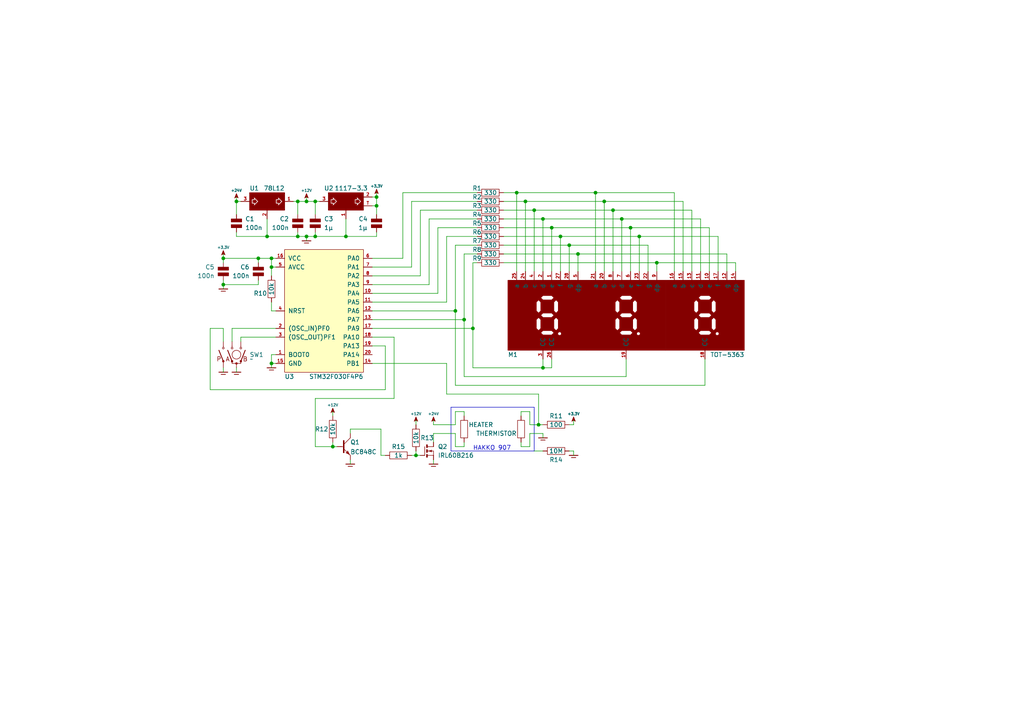
<source format=kicad_sch>
(kicad_sch (version 20230121) (generator eeschema)
  (paper "A4")
  (lib_symbols
    (symbol "soldering_station-rescue:+12V" (power) (pin_numbers hide) (pin_names (offset 0))
      (property "Value" "+12V" (at 0 1.905 0))
      (symbol "+12V_0_1"
        (polyline (pts (xy -0.508 -0.254) (xy 0 0) (xy 0.508 -0.254) (xy 0 1.016) (xy -0.508 -0.254)) (fill (type outline)))
      )
      (symbol "+12V_1_1"
        (pin power_in line (at 0 0 90) (length 0) hide (name "+12V") (number "1"))
      )
    )
    (symbol "soldering_station-rescue:+24V" (power) (pin_numbers hide) (pin_names (offset 0))
      (property "Value" "+24V" (at 0 1.905 0))
      (symbol "+24V_0_1"
        (polyline (pts (xy -0.508 -0.254) (xy 0 0) (xy 0.508 -0.254) (xy 0 1.016) (xy -0.508 -0.254)) (fill (type outline)))
      )
      (symbol "+24V_1_1"
        (pin power_in line (at 0 0 90) (length 0) hide (name "+24V") (number "1"))
      )
    )
    (symbol "soldering_station-rescue:+3,3V" (power) (pin_numbers hide) (pin_names (offset 0))
      (property "Value" "+3,3V" (at 0 1.905 0))
      (symbol "+3,3V_0_1"
        (polyline (pts (xy -0.508 -0.254) (xy 0 0) (xy 0.508 -0.254) (xy 0 1.016) (xy -0.508 -0.254)) (fill (type outline)))
      )
      (symbol "+3,3V_1_1"
        (pin power_in line (at 0 0 90) (length 0) hide (name "+3,3V") (number "1"))
      )
    )
    (symbol "soldering_station-rescue:1117-3.3/T" (pin_names (offset 1.016))
      (property "Reference" "U" (at -5.08 3.81 0))
      (property "Value" "1117-3.3/T" (at 5.08 3.81 0))
      (symbol "1117-3.3/T_0_1"
        (rectangle (start -5.08 2.54) (end 5.08 -2.54))
        (polyline (pts (xy -4.191 0.381) (xy -4.191 -0.381) (xy -3.556 -0.381) (xy -3.556 -0.635) (xy -2.921 0) (xy -3.556 0.635) (xy -3.556 0.381) (xy -3.683 0.381) (xy -4.191 0.381)) (stroke (width 0.0254)) (fill (type outline)))
        (polyline (pts (xy 2.794 0.381) (xy 2.794 -0.381) (xy 3.429 -0.381) (xy 3.429 -0.635) (xy 4.064 0) (xy 3.429 0.635) (xy 3.429 0.381) (xy 3.302 0.381) (xy 2.794 0.381)) (stroke (width 0.0254)) (fill (type outline)))
        (polyline (pts (xy -4.445 0.635) (xy -3.81 0.635) (xy -3.81 1.27) (xy -2.54 0) (xy -3.81 -1.27) (xy -3.81 -0.635) (xy -4.445 -0.635) (xy -4.445 0) (xy -5.08 0) (xy -5.08 -2.54) (xy 5.08 -2.54) (xy 5.08 0) (xy 4.445 0) (xy 3.175 -1.27) (xy 3.175 -0.635) (xy 2.54 -0.635) (xy 2.54 0.635) (xy 3.175 0.635) (xy 3.175 1.27) (xy 4.445 0) (xy 5.08 0) (xy 5.08 2.54) (xy -5.08 2.54) (xy -5.08 0) (xy -4.445 0) (xy -4.445 0.635)) (stroke (width 0.0254)) (fill (type outline)))
      )
      (symbol "1117-3.3/T_1_1"
        (pin input line (at 0 -5.08 90) (length 2.54) (name "GND") (number "1"))
        (pin input line (at 7.62 1.27 180) (length 2.54) (name "VO") (number "2"))
        (pin input line (at -7.62 0 0) (length 2.54) (name "VI") (number "3"))
        (pin input line (at 7.62 -1.27 180) (length 2.54) (name "VO") (number "T"))
      )
    )
    (symbol "soldering_station-rescue:78L12" (pin_names (offset 1.016))
      (property "Reference" "U" (at -5.08 3.81 0))
      (property "Value" "78L12" (at 5.08 3.81 0))
      (symbol "78L12_0_1"
        (rectangle (start -5.08 2.54) (end 5.08 -2.54))
        (polyline (pts (xy -4.191 0.381) (xy -4.191 -0.381) (xy -3.556 -0.381) (xy -3.556 -0.635) (xy -2.921 0) (xy -3.556 0.635) (xy -3.556 0.381) (xy -3.683 0.381) (xy -4.191 0.381)) (stroke (width 0.0254)) (fill (type outline)))
        (polyline (pts (xy 2.794 0.381) (xy 2.794 -0.381) (xy 3.429 -0.381) (xy 3.429 -0.635) (xy 4.064 0) (xy 3.429 0.635) (xy 3.429 0.381) (xy 3.302 0.381) (xy 2.794 0.381)) (stroke (width 0.0254)) (fill (type outline)))
        (polyline (pts (xy -4.445 0.635) (xy -3.81 0.635) (xy -3.81 1.27) (xy -2.54 0) (xy -3.81 -1.27) (xy -3.81 -0.635) (xy -4.445 -0.635) (xy -4.445 0) (xy -5.08 0) (xy -5.08 -2.54) (xy 5.08 -2.54) (xy 5.08 0) (xy 4.445 0) (xy 3.175 -1.27) (xy 3.175 -0.635) (xy 2.54 -0.635) (xy 2.54 0.635) (xy 3.175 0.635) (xy 3.175 1.27) (xy 4.445 0) (xy 5.08 0) (xy 5.08 2.54) (xy -5.08 2.54) (xy -5.08 0) (xy -4.445 0) (xy -4.445 0.635)) (stroke (width 0.0254)) (fill (type outline)))
      )
      (symbol "78L12_1_1"
        (pin input line (at 7.62 0 180) (length 2.54) (name "VO") (number "1"))
        (pin input line (at 0 -5.08 90) (length 2.54) (name "GND") (number "2"))
        (pin input line (at -7.62 0 0) (length 2.54) (name "VI") (number "3"))
      )
    )
    (symbol "soldering_station-rescue:BC848C" (pin_numbers hide) (pin_names (offset 0) hide)
      (property "Reference" "Q" (at 0 1.27 0))
      (property "Value" "BC848C" (at 0 -1.524 0))
      (symbol "BC848C_0_0"
        (rectangle (start -2.032 1.778) (end -1.778 -1.778) (fill (type outline)))
        (polyline (pts (xy -0.762 -1.27) (xy -0.889 -1.651) (xy -1.27 -1.778) (xy -0.254 -2.286) (xy -0.762 -1.27)) (fill (type outline)))
      )
      (symbol "BC848C_0_1"
        (polyline (pts (xy -2.032 0) (xy -2.54 0)))
        (polyline (pts (xy 0 2.54) (xy -1.905 0.635)))
        (polyline (pts (xy 0 -2.54) (xy -1.27 -1.27) (xy -1.905 -0.635)))
      )
      (symbol "BC848C_1_1"
        (pin passive line (at -3.81 0 0) (length 1.27) (name "B") (number "1"))
        (pin passive line (at 0 -3.81 90) (length 1.27) (name "E") (number "2"))
        (pin passive line (at 0 3.81 270) (length 1.27) (name "C") (number "3"))
      )
    )
    (symbol "soldering_station-rescue:C" (pin_numbers hide) (pin_names (offset 0.254))
      (property "Reference" "C" (at 2.54 1.27 0))
      (property "Value" "C" (at 2.54 -1.27 0))
      (symbol "C_0_1"
        (rectangle (start -1.524 -0.381) (end 1.524 -1.27) (fill (type outline)))
        (rectangle (start -1.524 1.27) (end 1.524 0.381) (fill (type outline)))
      )
      (symbol "C_1_1"
        (pin passive line (at 0 2.54 270) (length 1.27) (name "~") (number "1"))
        (pin passive line (at 0 -2.54 90) (length 1.27) (name "~") (number "2"))
      )
    )
    (symbol "soldering_station-rescue:GND" (power) (pin_names (offset 0))
      (symbol "GND_0_1"
        (polyline (pts (xy -1.27 0) (xy 1.27 0)) (stroke (width 0.254)))
        (polyline (pts (xy -0.635 -0.635) (xy 0.635 -0.635)) (stroke (width 0.2032)))
      )
      (symbol "GND_1_1"
        (pin power_in line (at 0 0 90) (length 0) hide (name "GND") (number "1"))
      )
    )
    (symbol "soldering_station-rescue:IRL60B216" (pin_numbers hide) (pin_names (offset 0) hide)
      (property "Reference" "Q" (at 2.54 1.27 0))
      (property "Value" "IRL60B216" (at 2.54 -1.27 0))
      (symbol "IRL60B216_0_0"
        (rectangle (start -0.7112 -1.016) (end -0.5334 -1.778) (stroke (width 0.254)) (fill (type background)))
        (rectangle (start -0.7112 0.381) (end -0.5334 -0.381) (stroke (width 0.254)) (fill (type background)))
        (rectangle (start -0.7112 1.778) (end -0.5334 1.016) (stroke (width 0.254)) (fill (type background)))
        (polyline (pts (xy 0 0) (xy 0.762 0.254) (xy 0.508 0) (xy 0.762 -0.254) (xy 0 0)) (fill (type outline)))
      )
      (symbol "IRL60B216_0_1"
        (polyline (pts (xy -1.27 -1.27) (xy -1.27 1.27)))
        (polyline (pts (xy 1.27 -1.27) (xy -0.508 -1.27)))
        (polyline (pts (xy 1.27 1.27) (xy -0.508 1.27)))
        (polyline (pts (xy 1.27 -1.27) (xy 1.27 0) (xy -0.635 0)))
      )
      (symbol "IRL60B216_1_1"
        (pin passive line (at -2.54 -1.27 0) (length 1.27) (name "G") (number "1"))
        (pin passive line (at 1.27 2.54 270) (length 1.27) (name "D") (number "2"))
        (pin passive line (at 1.27 -2.54 90) (length 1.27) (name "S") (number "3"))
      )
    )
    (symbol "soldering_station-rescue:R" (pin_numbers hide) (pin_names (offset 0))
      (property "Reference" "R" (at 1.27 0 0))
      (property "Value" "R" (at 0 0 90))
      (symbol "R_0_1"
        (rectangle (start -1.016 2.54) (end 1.016 -2.54))
      )
      (symbol "R_1_1"
        (pin passive line (at 0 3.81 270) (length 1.27) (name "~") (number "1"))
        (pin passive line (at 0 -3.81 90) (length 1.27) (name "~") (number "2"))
      )
    )
    (symbol "soldering_station-rescue:STM32F030F4P6" (pin_names (offset 1.016))
      (property "Reference" "U" (at -11.43 -19.05 0))
      (property "Value" "STM32F030F4P6" (at 11.43 -19.05 0))
      (symbol "STM32F030F4P6_0_1"
        (rectangle (start 11.43 17.78) (end -11.43 -17.78) (fill (type background)))
      )
      (symbol "STM32F030F4P6_1_1"
        (pin input line (at -13.97 -12.7 0) (length 2.54) (name "BOOT0") (number "1"))
        (pin bidirectional line (at 13.97 5.08 180) (length 2.54) (name "PA4") (number "10"))
        (pin bidirectional line (at 13.97 2.54 180) (length 2.54) (name "PA5") (number "11"))
        (pin bidirectional line (at 13.97 0 180) (length 2.54) (name "PA6") (number "12"))
        (pin bidirectional line (at 13.97 -2.54 180) (length 2.54) (name "PA7") (number "13"))
        (pin bidirectional line (at 13.97 -15.24 180) (length 2.54) (name "PB1") (number "14"))
        (pin power_in line (at -13.97 -15.24 0) (length 2.54) (name "GND") (number "15"))
        (pin power_in line (at -13.97 15.24 0) (length 2.54) (name "VCC") (number "16"))
        (pin bidirectional line (at 13.97 -5.08 180) (length 2.54) (name "PA9") (number "17"))
        (pin bidirectional line (at 13.97 -7.62 180) (length 2.54) (name "PA10") (number "18"))
        (pin bidirectional line (at 13.97 -10.16 180) (length 2.54) (name "PA13") (number "19"))
        (pin bidirectional line (at -13.97 -5.08 0) (length 2.54) (name "(OSC_IN)PF0") (number "2"))
        (pin bidirectional line (at 13.97 -12.7 180) (length 2.54) (name "PA14") (number "20"))
        (pin bidirectional line (at -13.97 -7.62 0) (length 2.54) (name "(OSC_OUT)PF1") (number "3"))
        (pin input line (at -13.97 0 0) (length 2.54) (name "NRST") (number "4"))
        (pin power_in line (at -13.97 12.7 0) (length 2.54) (name "AVCC") (number "5"))
        (pin bidirectional line (at 13.97 15.24 180) (length 2.54) (name "PA0") (number "6"))
        (pin bidirectional line (at 13.97 12.7 180) (length 2.54) (name "PA1") (number "7"))
        (pin bidirectional line (at 13.97 10.16 180) (length 2.54) (name "PA2") (number "8"))
        (pin bidirectional line (at 13.97 7.62 180) (length 2.54) (name "PA3") (number "9"))
      )
    )
    (symbol "soldering_station-rescue:SW_EC11E_P" (pin_names (offset 1.016) hide)
      (property "Reference" "SW" (at 5.08 1.27 0))
      (property "Value" "SW_EC11E_P" (at 5.08 -1.27 0))
      (symbol "SW_EC11E_P_0_0"
        (text "A" (at -1.27 -1.27 0) (effects (font (size 1.27 1.27))))
        (text "B" (at 3.81 -1.27 0) (effects (font (size 1.27 1.27))))
        (text "P" (at -3.81 -1.27 0) (effects (font (size 1.27 1.27))))
      )
      (symbol "SW_EC11E_P_0_1"
        (polyline (pts (xy 0 -2.54) (xy 2.54 -2.54)))
        (circle (center 1.27 0) (radius 1.27))
      )
      (symbol "SW_EC11E_P_1_1"
        (circle (center -2.54 -1.905) (radius 0.254) (fill (type outline)))
        (circle (center -2.54 1.905) (radius 0.254))
        (circle (center 0 -1.905) (radius 0.254) (fill (type outline)))
        (polyline (pts (xy -2.54 -1.905) (xy -3.81 1.27)) (stroke (width 0.254)))
        (polyline (pts (xy -2.54 -1.905) (xy -2.54 -2.54)))
        (polyline (pts (xy -2.54 2.54) (xy -2.54 2.159)))
        (polyline (pts (xy 0 -1.905) (xy -1.27 1.27)) (stroke (width 0.254)))
        (polyline (pts (xy 0 -1.905) (xy 0 -2.54)))
        (polyline (pts (xy 0 2.54) (xy 0 2.159)))
        (polyline (pts (xy 2.54 -1.905) (xy 2.54 -2.54)))
        (polyline (pts (xy 2.54 -1.905) (xy 3.81 1.27)) (stroke (width 0.254)))
        (polyline (pts (xy 2.54 2.54) (xy 2.54 2.159)))
        (circle (center 0 1.905) (radius 0.254))
        (circle (center 1.27 -2.54) (radius 0.254) (fill (type outline)))
        (circle (center 2.54 -1.905) (radius 0.254) (fill (type outline)))
        (circle (center 2.54 1.905) (radius 0.254))
        (pin passive line (at 0 3.81 270) (length 1.27) (name "~") (number "1"))
        (pin passive line (at 1.27 -3.81 90) (length 1.27) (name "~") (number "2"))
        (pin passive line (at 2.54 3.81 270) (length 1.27) (name "~") (number "3"))
        (pin passive line (at -2.54 3.81 270) (length 1.27) (name "~") (number "4"))
        (pin passive line (at -2.54 -3.81 90) (length 1.27) (name "~") (number "5"))
      )
    )
    (symbol "soldering_station-rescue:TOT-5363" (pin_names (offset 1.016))
      (property "Reference" "M" (at -34.29 -11.43 0))
      (property "Value" "TOT-5363" (at 34.29 -11.43 0))
      (symbol "TOT-5363_0_1"
        (circle (center -19.304 -5.334) (radius 0.508))
        (polyline (pts (xy -24.765 -5.08) (xy -25.4 -4.445) (xy -24.765 -3.81) (xy -24.765 -1.27) (xy -25.4 -0.635) (xy -24.765 0) (xy -24.13 -0.635) (xy -21.59 -0.635) (xy -20.955 0) (xy -20.32 -0.635) (xy -20.955 -1.27) (xy -20.955 -3.81) (xy -20.32 -4.445) (xy -20.955 -5.08) (xy -21.59 -4.445) (xy -24.13 -4.445) (xy -24.765 -5.08) (xy -25.4 -4.445)) (fill (type outline)))
        (polyline (pts (xy -24.765 0) (xy -25.4 0.635) (xy -24.765 1.27) (xy -24.765 3.81) (xy -25.4 4.445) (xy -24.765 5.08) (xy -24.13 4.445) (xy -21.59 4.445) (xy -20.955 5.08) (xy -20.32 4.445) (xy -20.955 3.81) (xy -20.955 1.27) (xy -20.32 0.635) (xy -20.955 0) (xy -21.59 0.635) (xy -24.13 0.635) (xy -24.765 0) (xy -25.4 0.635)) (fill (type outline)))
        (polyline (pts (xy -1.905 -5.08) (xy -2.54 -4.445) (xy -1.905 -3.81) (xy -1.905 -1.27) (xy -2.54 -0.635) (xy -1.905 0) (xy -1.27 -0.635) (xy 1.27 -0.635) (xy 1.905 0) (xy 2.54 -0.635) (xy 1.905 -1.27) (xy 1.905 -3.81) (xy 2.54 -4.445) (xy 1.905 -5.08) (xy 1.27 -4.445) (xy -1.27 -4.445) (xy -1.905 -5.08) (xy -2.54 -4.445)) (fill (type outline)))
        (polyline (pts (xy -1.905 0) (xy -2.54 0.635) (xy -1.905 1.27) (xy -1.905 3.81) (xy -2.54 4.445) (xy -1.905 5.08) (xy -1.27 4.445) (xy 1.27 4.445) (xy 1.905 5.08) (xy 2.54 4.445) (xy 1.905 3.81) (xy 1.905 1.27) (xy 2.54 0.635) (xy 1.905 0) (xy 1.27 0.635) (xy -1.27 0.635) (xy -1.905 0) (xy -2.54 0.635)) (fill (type outline)))
        (polyline (pts (xy 20.955 -5.08) (xy 20.32 -4.445) (xy 20.955 -3.81) (xy 20.955 -1.27) (xy 20.32 -0.635) (xy 20.955 0) (xy 21.59 -0.635) (xy 24.13 -0.635) (xy 24.765 0) (xy 25.4 -0.635) (xy 24.765 -1.27) (xy 24.765 -3.81) (xy 25.4 -4.445) (xy 24.765 -5.08) (xy 24.13 -4.445) (xy 21.59 -4.445) (xy 20.955 -5.08) (xy 20.32 -4.445)) (fill (type outline)))
        (polyline (pts (xy 20.955 0) (xy 20.32 0.635) (xy 20.955 1.27) (xy 20.955 3.81) (xy 20.32 4.445) (xy 20.955 5.08) (xy 21.59 4.445) (xy 24.13 4.445) (xy 24.765 5.08) (xy 25.4 4.445) (xy 24.765 3.81) (xy 24.765 1.27) (xy 25.4 0.635) (xy 24.765 0) (xy 24.13 0.635) (xy 21.59 0.635) (xy 20.955 0) (xy 20.32 0.635)) (fill (type outline)))
        (polyline (pts (xy -22.86 -10.16) (xy -22.86 -5.715) (xy -21.59 -5.715) (xy -20.32 -4.445) (xy -19.812 -5.08) (xy -19.939 -5.461) (xy -19.558 -5.969) (xy -18.923 -5.842) (xy -18.669 -5.334) (xy -18.923 -4.826) (xy -19.431 -4.699) (xy -19.812 -5.08) (xy -20.32 -4.445) (xy -19.685 -3.81) (xy -19.685 -1.27) (xy -20.955 0) (xy -19.685 1.27) (xy -19.685 3.81) (xy -21.59 5.715) (xy -24.13 5.715) (xy -26.035 3.81) (xy -26.035 1.27) (xy -24.765 0) (xy -26.035 -1.27) (xy -26.035 -3.81) (xy -24.13 -5.715) (xy -22.86 -5.715) (xy -22.86 -10.16) (xy -34.29 -10.16) (xy -34.29 10.16) (xy -11.43 10.16) (xy -11.43 -10.16) (xy -22.86 -10.16)) (fill (type outline)))
        (polyline (pts (xy 0 -10.16) (xy 0 -5.715) (xy 1.27 -5.715) (xy 2.54 -4.445) (xy 3.048 -5.08) (xy 2.921 -5.461) (xy 3.302 -5.969) (xy 3.937 -5.842) (xy 4.191 -5.334) (xy 3.937 -4.826) (xy 3.429 -4.699) (xy 3.048 -5.08) (xy 2.54 -4.445) (xy 3.175 -3.81) (xy 3.175 -1.27) (xy 1.905 0) (xy 3.175 1.27) (xy 3.175 3.81) (xy 1.27 5.715) (xy -1.27 5.715) (xy -3.175 3.81) (xy -3.175 1.27) (xy -1.905 0) (xy -3.175 -1.27) (xy -3.175 -3.81) (xy -1.27 -5.715) (xy 0 -5.715) (xy 0 -10.16) (xy -11.43 -10.16) (xy -11.43 10.16) (xy 11.43 10.16) (xy 11.43 -10.16) (xy 0 -10.16)) (fill (type outline)))
        (polyline (pts (xy 22.86 -10.16) (xy 22.86 -5.715) (xy 24.13 -5.715) (xy 25.4 -4.445) (xy 25.908 -5.08) (xy 25.781 -5.461) (xy 26.162 -5.969) (xy 26.797 -5.842) (xy 27.051 -5.334) (xy 26.797 -4.826) (xy 26.289 -4.699) (xy 25.908 -5.08) (xy 25.4 -4.445) (xy 26.035 -3.81) (xy 26.035 -1.27) (xy 24.765 0) (xy 26.035 1.27) (xy 26.035 3.81) (xy 24.13 5.715) (xy 21.59 5.715) (xy 19.685 3.81) (xy 19.685 1.27) (xy 20.955 0) (xy 19.685 -1.27) (xy 19.685 -3.81) (xy 21.59 -5.715) (xy 22.86 -5.715) (xy 22.86 -10.16) (xy 11.43 -10.16) (xy 11.43 10.16) (xy 34.29 10.16) (xy 34.29 -10.16) (xy 22.86 -10.16)) (fill (type outline)))
        (circle (center 3.556 -5.334) (radius 0.508))
        (circle (center 26.416 -5.334) (radius 0.508))
      )
      (symbol "TOT-5363_1_1"
        (pin passive line (at -21.59 12.7 270) (length 2.54) (name "e") (number "1"))
        (pin passive line (at 24.13 12.7 270) (length 2.54) (name "e") (number "10"))
        (pin passive line (at 21.59 12.7 270) (length 2.54) (name "d") (number "11"))
        (pin passive line (at 29.21 12.7 270) (length 2.54) (name "g") (number "12"))
        (pin passive line (at 19.05 12.7 270) (length 2.54) (name "c") (number "13"))
        (pin passive line (at 31.75 12.7 270) (length 2.54) (name "dp") (number "14"))
        (pin passive line (at 16.51 12.7 270) (length 2.54) (name "b") (number "15"))
        (pin passive line (at 13.97 12.7 270) (length 2.54) (name "a") (number "16"))
        (pin passive line (at 26.67 12.7 270) (length 2.54) (name "f") (number "17"))
        (pin passive line (at 22.86 -12.7 90) (length 2.54) (name "CC") (number "18"))
        (pin passive line (at 0 -12.7 90) (length 2.54) (name "CC") (number "19"))
        (pin passive line (at -24.13 12.7 270) (length 2.54) (name "d") (number "2"))
        (pin passive line (at -6.35 12.7 270) (length 2.54) (name "b") (number "20"))
        (pin passive line (at -8.89 12.7 270) (length 2.54) (name "a") (number "21"))
        (pin passive line (at 6.35 12.7 270) (length 2.54) (name "g") (number "22"))
        (pin passive line (at 3.81 12.7 270) (length 2.54) (name "f") (number "23"))
        (pin passive line (at -29.21 12.7 270) (length 2.54) (name "b") (number "24"))
        (pin passive line (at -31.75 12.7 270) (length 2.54) (name "a") (number "25"))
        (pin passive line (at -21.59 -12.7 90) (length 2.54) (name "CC") (number "26"))
        (pin passive line (at -19.05 12.7 270) (length 2.54) (name "f") (number "27"))
        (pin passive line (at -16.51 12.7 270) (length 2.54) (name "g") (number "28"))
        (pin passive line (at -24.13 -12.7 90) (length 2.54) (name "CC") (number "3"))
        (pin passive line (at -26.67 12.7 270) (length 2.54) (name "c") (number "4"))
        (pin passive line (at -13.97 12.7 270) (length 2.54) (name "dp") (number "5"))
        (pin passive line (at 1.27 12.7 270) (length 2.54) (name "e") (number "6"))
        (pin passive line (at -1.27 12.7 270) (length 2.54) (name "d") (number "7"))
        (pin passive line (at -3.81 12.7 270) (length 2.54) (name "c") (number "8"))
        (pin passive line (at 8.89 12.7 270) (length 2.54) (name "dp") (number "9"))
      )
    )
  )
  (junction (at 91.44 68.58))
  (junction (at 96.52 129.54))
  (junction (at 64.77 74.93))
  (junction (at 162.56 68.58))
  (junction (at 190.5 76.2))
  (junction (at 64.77 82.55))
  (junction (at 74.93 74.93))
  (junction (at 185.42 68.58))
  (junction (at 167.64 73.66))
  (junction (at 109.22 59.69))
  (junction (at 88.9 68.58))
  (junction (at 88.9 58.42))
  (junction (at 137.16 95.25))
  (junction (at 165.1 71.12))
  (junction (at 160.02 66.04))
  (junction (at 134.62 92.71))
  (junction (at 154.94 60.96))
  (junction (at 152.4 58.42))
  (junction (at 86.36 68.58))
  (junction (at 68.58 58.42))
  (junction (at 120.65 132.08))
  (junction (at 177.8 60.96))
  (junction (at 78.74 74.93))
  (junction (at 149.86 55.88))
  (junction (at 172.72 55.88))
  (junction (at 156.21 123.19))
  (junction (at 109.22 57.15))
  (junction (at 78.74 105.41))
  (junction (at 77.47 68.58))
  (junction (at 175.26 58.42))
  (junction (at 182.88 66.04))
  (junction (at 180.34 63.5))
  (junction (at 132.08 90.17))
  (junction (at 100.33 68.58))
  (junction (at 157.48 63.5))
  (junction (at 91.44 58.42))
  (junction (at 86.36 58.42))
  (junction (at 78.74 77.47))
  (junction (at 157.48 106.68))
  (wire (pts (xy 78.74 102.87) (xy 80.01 102.87)))
  (wire (pts (xy 107.95 85.09) (xy 127 85.09)))
  (wire (pts (xy 208.28 68.58) (xy 208.28 78.74)))
  (wire (pts (xy 152.4 58.42) (xy 152.4 78.74)))
  (wire (pts (xy 181.61 109.22) (xy 181.61 104.14)))
  (wire (pts (xy 134.62 120.65) (xy 134.62 119.38)))
  (wire (pts (xy 107.95 90.17) (xy 132.08 90.17)))
  (wire (pts (xy 120.65 121.92) (xy 120.65 123.19)))
  (wire (pts (xy 129.54 105.41) (xy 129.54 114.3)))
  (wire (pts (xy 153.67 119.38) (xy 153.67 123.19)))
  (wire (pts (xy 88.9 69.85) (xy 88.9 68.58)))
  (wire (pts (xy 91.44 62.23) (xy 91.44 58.42)))
  (wire (pts (xy 157.48 125.73) (xy 157.48 127)))
  (wire (pts (xy 96.52 129.54) (xy 96.52 128.27)))
  (wire (pts (xy 138.43 58.42) (xy 119.38 58.42)))
  (wire (pts (xy 64.77 95.25) (xy 64.77 99.06)))
  (polyline (pts (xy 154.94 130.81) (xy 154.94 118.11)))
  (wire (pts (xy 134.62 73.66) (xy 134.62 92.71)))
  (wire (pts (xy 134.62 128.27) (xy 134.62 129.54)))
  (wire (pts (xy 198.12 58.42) (xy 198.12 78.74)))
  (wire (pts (xy 91.44 58.42) (xy 92.71 58.42)))
  (wire (pts (xy 127 85.09) (xy 127 66.04)))
  (wire (pts (xy 121.92 60.96) (xy 138.43 60.96)))
  (wire (pts (xy 134.62 119.38) (xy 132.08 119.38)))
  (wire (pts (xy 177.8 60.96) (xy 200.66 60.96)))
  (wire (pts (xy 91.44 68.58) (xy 100.33 68.58)))
  (wire (pts (xy 167.64 73.66) (xy 210.82 73.66)))
  (wire (pts (xy 146.05 66.04) (xy 160.02 66.04)))
  (wire (pts (xy 132.08 129.54) (xy 132.08 125.73)))
  (wire (pts (xy 86.36 58.42) (xy 86.36 62.23)))
  (wire (pts (xy 137.16 106.68) (xy 157.48 106.68)))
  (wire (pts (xy 182.88 66.04) (xy 205.74 66.04)))
  (wire (pts (xy 91.44 67.31) (xy 91.44 68.58)))
  (wire (pts (xy 68.58 68.58) (xy 77.47 68.58)))
  (wire (pts (xy 146.05 60.96) (xy 154.94 60.96)))
  (wire (pts (xy 77.47 63.5) (xy 77.47 68.58)))
  (wire (pts (xy 116.84 74.93) (xy 116.84 55.88)))
  (wire (pts (xy 157.48 130.81) (xy 154.94 130.81)))
  (wire (pts (xy 129.54 105.41) (xy 107.95 105.41)))
  (wire (pts (xy 146.05 63.5) (xy 157.48 63.5)))
  (wire (pts (xy 67.31 95.25) (xy 67.31 99.06)))
  (wire (pts (xy 180.34 63.5) (xy 180.34 78.74)))
  (wire (pts (xy 204.47 111.76) (xy 204.47 104.14)))
  (wire (pts (xy 109.22 57.15) (xy 107.95 57.15)))
  (wire (pts (xy 156.21 123.19) (xy 157.48 123.19)))
  (wire (pts (xy 100.33 68.58) (xy 109.22 68.58)))
  (wire (pts (xy 116.84 55.88) (xy 138.43 55.88)))
  (wire (pts (xy 80.01 95.25) (xy 67.31 95.25)))
  (wire (pts (xy 190.5 76.2) (xy 190.5 78.74)))
  (wire (pts (xy 137.16 95.25) (xy 137.16 106.68)))
  (wire (pts (xy 134.62 109.22) (xy 181.61 109.22)))
  (wire (pts (xy 157.48 106.68) (xy 157.48 104.14)))
  (polyline (pts (xy 130.81 130.81) (xy 154.94 130.81)))
  (wire (pts (xy 134.62 92.71) (xy 134.62 109.22)))
  (wire (pts (xy 153.67 123.19) (xy 156.21 123.19)))
  (wire (pts (xy 88.9 58.42) (xy 88.9 57.15)))
  (wire (pts (xy 185.42 68.58) (xy 208.28 68.58)))
  (wire (pts (xy 132.08 71.12) (xy 138.43 71.12)))
  (wire (pts (xy 146.05 76.2) (xy 190.5 76.2)))
  (wire (pts (xy 110.49 132.08) (xy 110.49 124.46)))
  (wire (pts (xy 64.77 107.95) (xy 64.77 106.68)))
  (wire (pts (xy 91.44 129.54) (xy 96.52 129.54)))
  (wire (pts (xy 146.05 68.58) (xy 162.56 68.58)))
  (wire (pts (xy 107.95 92.71) (xy 134.62 92.71)))
  (wire (pts (xy 111.76 132.08) (xy 110.49 132.08)))
  (wire (pts (xy 101.6 124.46) (xy 101.6 125.73)))
  (wire (pts (xy 109.22 68.58) (xy 109.22 67.31)))
  (wire (pts (xy 78.74 102.87) (xy 78.74 105.41)))
  (wire (pts (xy 109.22 55.88) (xy 109.22 57.15)))
  (wire (pts (xy 91.44 115.57) (xy 91.44 129.54)))
  (wire (pts (xy 160.02 106.68) (xy 160.02 104.14)))
  (wire (pts (xy 68.58 58.42) (xy 68.58 62.23)))
  (wire (pts (xy 88.9 58.42) (xy 91.44 58.42)))
  (wire (pts (xy 151.13 120.65) (xy 151.13 119.38)))
  (wire (pts (xy 157.48 106.68) (xy 160.02 106.68)))
  (polyline (pts (xy 130.81 118.11) (xy 130.81 130.81)))
  (wire (pts (xy 153.67 129.54) (xy 153.67 125.73)))
  (wire (pts (xy 160.02 66.04) (xy 182.88 66.04)))
  (wire (pts (xy 111.76 100.33) (xy 111.76 113.03)))
  (wire (pts (xy 109.22 57.15) (xy 109.22 59.69)))
  (wire (pts (xy 64.77 73.66) (xy 64.77 74.93)))
  (wire (pts (xy 210.82 73.66) (xy 210.82 78.74)))
  (wire (pts (xy 167.64 73.66) (xy 167.64 78.74)))
  (wire (pts (xy 64.77 74.93) (xy 64.77 76.2)))
  (wire (pts (xy 85.09 58.42) (xy 86.36 58.42)))
  (wire (pts (xy 124.46 63.5) (xy 124.46 82.55)))
  (wire (pts (xy 111.76 113.03) (xy 60.96 113.03)))
  (wire (pts (xy 166.37 130.81) (xy 165.1 130.81)))
  (wire (pts (xy 78.74 74.93) (xy 78.74 77.47)))
  (wire (pts (xy 125.73 128.27) (xy 125.73 125.73)))
  (wire (pts (xy 114.3 115.57) (xy 91.44 115.57)))
  (wire (pts (xy 78.74 74.93) (xy 80.01 74.93)))
  (wire (pts (xy 138.43 63.5) (xy 124.46 63.5)))
  (wire (pts (xy 166.37 121.92) (xy 166.37 123.19)))
  (wire (pts (xy 137.16 76.2) (xy 137.16 95.25)))
  (wire (pts (xy 132.08 71.12) (xy 132.08 90.17)))
  (wire (pts (xy 120.65 132.08) (xy 120.65 130.81)))
  (wire (pts (xy 146.05 55.88) (xy 149.86 55.88)))
  (wire (pts (xy 172.72 55.88) (xy 195.58 55.88)))
  (wire (pts (xy 120.65 132.08) (xy 121.92 132.08)))
  (wire (pts (xy 60.96 113.03) (xy 60.96 95.25)))
  (wire (pts (xy 114.3 97.79) (xy 107.95 97.79)))
  (wire (pts (xy 68.58 107.95) (xy 68.58 106.68)))
  (wire (pts (xy 157.48 63.5) (xy 157.48 78.74)))
  (wire (pts (xy 146.05 73.66) (xy 167.64 73.66)))
  (wire (pts (xy 154.94 60.96) (xy 177.8 60.96)))
  (wire (pts (xy 185.42 78.74) (xy 185.42 68.58)))
  (polyline (pts (xy 154.94 118.11) (xy 130.81 118.11)))
  (wire (pts (xy 200.66 60.96) (xy 200.66 78.74)))
  (wire (pts (xy 153.67 125.73) (xy 157.48 125.73)))
  (wire (pts (xy 160.02 66.04) (xy 160.02 78.74)))
  (wire (pts (xy 100.33 63.5) (xy 100.33 68.58)))
  (wire (pts (xy 132.08 125.73) (xy 125.73 125.73)))
  (wire (pts (xy 129.54 114.3) (xy 156.21 114.3)))
  (wire (pts (xy 151.13 119.38) (xy 153.67 119.38)))
  (wire (pts (xy 175.26 58.42) (xy 175.26 78.74)))
  (wire (pts (xy 162.56 68.58) (xy 162.56 78.74)))
  (wire (pts (xy 64.77 74.93) (xy 74.93 74.93)))
  (wire (pts (xy 78.74 90.17) (xy 80.01 90.17)))
  (wire (pts (xy 64.77 82.55) (xy 64.77 83.82)))
  (wire (pts (xy 146.05 71.12) (xy 165.1 71.12)))
  (wire (pts (xy 68.58 67.31) (xy 68.58 68.58)))
  (wire (pts (xy 129.54 68.58) (xy 129.54 87.63)))
  (wire (pts (xy 152.4 58.42) (xy 175.26 58.42)))
  (wire (pts (xy 138.43 73.66) (xy 134.62 73.66)))
  (wire (pts (xy 146.05 58.42) (xy 152.4 58.42)))
  (wire (pts (xy 125.73 123.19) (xy 125.73 121.92)))
  (wire (pts (xy 151.13 129.54) (xy 153.67 129.54)))
  (wire (pts (xy 175.26 58.42) (xy 198.12 58.42)))
  (wire (pts (xy 162.56 68.58) (xy 185.42 68.58)))
  (wire (pts (xy 134.62 129.54) (xy 132.08 129.54)))
  (wire (pts (xy 74.93 74.93) (xy 78.74 74.93)))
  (wire (pts (xy 154.94 60.96) (xy 154.94 78.74)))
  (wire (pts (xy 110.49 124.46) (xy 101.6 124.46)))
  (wire (pts (xy 68.58 57.15) (xy 68.58 58.42)))
  (wire (pts (xy 107.95 87.63) (xy 129.54 87.63)))
  (wire (pts (xy 149.86 55.88) (xy 172.72 55.88)))
  (wire (pts (xy 166.37 123.19) (xy 165.1 123.19)))
  (wire (pts (xy 187.96 71.12) (xy 187.96 78.74)))
  (wire (pts (xy 165.1 71.12) (xy 165.1 78.74)))
  (wire (pts (xy 96.52 129.54) (xy 97.79 129.54)))
  (wire (pts (xy 78.74 87.63) (xy 78.74 90.17)))
  (wire (pts (xy 78.74 105.41) (xy 78.74 106.68)))
  (wire (pts (xy 132.08 111.76) (xy 204.47 111.76)))
  (wire (pts (xy 172.72 55.88) (xy 172.72 78.74)))
  (wire (pts (xy 121.92 80.01) (xy 121.92 60.96)))
  (wire (pts (xy 182.88 66.04) (xy 182.88 78.74)))
  (wire (pts (xy 88.9 68.58) (xy 91.44 68.58)))
  (wire (pts (xy 78.74 77.47) (xy 78.74 80.01)))
  (wire (pts (xy 107.95 80.01) (xy 121.92 80.01)))
  (wire (pts (xy 119.38 132.08) (xy 120.65 132.08)))
  (wire (pts (xy 86.36 68.58) (xy 88.9 68.58)))
  (wire (pts (xy 177.8 60.96) (xy 177.8 78.74)))
  (wire (pts (xy 80.01 97.79) (xy 69.85 97.79)))
  (wire (pts (xy 132.08 123.19) (xy 125.73 123.19)))
  (wire (pts (xy 96.52 119.38) (xy 96.52 120.65)))
  (wire (pts (xy 107.95 82.55) (xy 124.46 82.55)))
  (wire (pts (xy 86.36 58.42) (xy 88.9 58.42)))
  (wire (pts (xy 114.3 97.79) (xy 114.3 115.57)))
  (wire (pts (xy 125.73 134.62) (xy 125.73 133.35)))
  (wire (pts (xy 127 66.04) (xy 138.43 66.04)))
  (wire (pts (xy 156.21 114.3) (xy 156.21 123.19)))
  (wire (pts (xy 165.1 71.12) (xy 187.96 71.12)))
  (wire (pts (xy 132.08 90.17) (xy 132.08 111.76)))
  (wire (pts (xy 69.85 97.79) (xy 69.85 99.06)))
  (wire (pts (xy 107.95 100.33) (xy 111.76 100.33)))
  (wire (pts (xy 132.08 119.38) (xy 132.08 123.19)))
  (wire (pts (xy 60.96 95.25) (xy 64.77 95.25)))
  (wire (pts (xy 137.16 95.25) (xy 107.95 95.25)))
  (wire (pts (xy 86.36 68.58) (xy 86.36 67.31)))
  (wire (pts (xy 166.37 132.08) (xy 166.37 130.81)))
  (wire (pts (xy 77.47 68.58) (xy 86.36 68.58)))
  (wire (pts (xy 64.77 82.55) (xy 74.93 82.55)))
  (wire (pts (xy 78.74 77.47) (xy 80.01 77.47)))
  (wire (pts (xy 195.58 55.88) (xy 195.58 78.74)))
  (wire (pts (xy 116.84 74.93) (xy 107.95 74.93)))
  (wire (pts (xy 205.74 66.04) (xy 205.74 78.74)))
  (wire (pts (xy 180.34 63.5) (xy 203.2 63.5)))
  (wire (pts (xy 213.36 76.2) (xy 213.36 78.74)))
  (wire (pts (xy 157.48 63.5) (xy 180.34 63.5)))
  (wire (pts (xy 149.86 55.88) (xy 149.86 78.74)))
  (wire (pts (xy 190.5 76.2) (xy 213.36 76.2)))
  (wire (pts (xy 64.77 81.28) (xy 64.77 82.55)))
  (wire (pts (xy 138.43 68.58) (xy 129.54 68.58)))
  (wire (pts (xy 101.6 134.62) (xy 101.6 133.35)))
  (wire (pts (xy 107.95 77.47) (xy 119.38 77.47)))
  (wire (pts (xy 203.2 63.5) (xy 203.2 78.74)))
  (wire (pts (xy 119.38 58.42) (xy 119.38 77.47)))
  (wire (pts (xy 74.93 82.55) (xy 74.93 81.28)))
  (wire (pts (xy 74.93 76.2) (xy 74.93 74.93)))
  (wire (pts (xy 151.13 128.27) (xy 151.13 129.54)))
  (wire (pts (xy 107.95 59.69) (xy 109.22 59.69)))
  (wire (pts (xy 109.22 59.69) (xy 109.22 62.23)))
  (wire (pts (xy 80.01 105.41) (xy 78.74 105.41)))
  (wire (pts (xy 138.43 76.2) (xy 137.16 76.2)))
  (wire (pts (xy 69.85 58.42) (xy 68.58 58.42)))
  (text "HAKKO 907" (at 137.16 130.81 0) (effects (font (size 1.27 1.27)) (justify left bottom)))
  (symbol (lib_id "soldering_station-rescue:STM32F030F4P6") (at 93.98 90.17 0) (unit 1)
    (property "Reference" "U3" (at 82.55 109.22 0) (effects (justify left)))
    (property "Value" "STM32F030F4P6" (at 105.41 109.22 0) (effects (justify right)))
    (property "Footprint" "tssop:TSSOP20" (effects hide))
  )
  (symbol (lib_id "soldering_station-rescue:GND") (at 78.74 106.68 0) (unit 1)
    (property "Reference" "#PWR7" (effects hide))
    (property "Value" "GND" (effects hide))
  )
  (symbol (lib_id "soldering_station-rescue:C") (at 74.93 78.74 0) (mirror y) (unit 1)
    (property "Reference" "C6" (at 72.39 77.47 0) (effects (justify left)))
    (property "Value" "100n" (at 72.39 80.01 0) (effects (justify left)))
  )
  (symbol (lib_id "soldering_station-rescue:C") (at 64.77 78.74 0) (mirror y) (unit 1)
    (property "Reference" "C5" (at 62.23 77.47 0) (effects (justify left)))
    (property "Value" "100n" (at 62.23 80.01 0) (effects (justify left)))
  )
  (symbol (lib_id "soldering_station-rescue:GND") (at 64.77 83.82 0) (unit 1)
    (property "Reference" "#PWR6" (effects hide))
    (property "Value" "GND" (effects hide))
  )
  (symbol (lib_id "soldering_station-rescue:+3,3V") (at 64.77 73.66 0) (unit 1)
    (property "Reference" "#PWR5" (effects hide))
    (property "Value" "+3,3V" (at 64.77 71.755 0) (effects (font (size 0.762 0.762))))
  )
  (symbol (lib_id "soldering_station-rescue:TOT-5363") (at 181.61 91.44 0) (unit 1)
    (property "Reference" "M1" (at 147.32 102.87 0) (effects (justify left)))
    (property "Value" "TOT-5363" (at 215.9 102.87 0) (effects (justify right)))
    (property "Footprint" "TOT-5363" (effects hide))
  )
  (symbol (lib_id "soldering_station-rescue:R") (at 142.24 55.88 270) (unit 1)
    (property "Reference" "R1" (at 139.7 54.61 90) (effects (justify right)))
    (property "Value" "330" (at 142.24 55.88 90))
  )
  (symbol (lib_id "soldering_station-rescue:R") (at 142.24 58.42 270) (unit 1)
    (property "Reference" "R2" (at 139.7 57.15 90) (effects (justify right)))
    (property "Value" "330" (at 142.24 58.42 90))
  )
  (symbol (lib_id "soldering_station-rescue:R") (at 142.24 60.96 270) (unit 1)
    (property "Reference" "R3" (at 139.7 59.69 90) (effects (justify right)))
    (property "Value" "330" (at 142.24 60.96 90))
  )
  (symbol (lib_id "soldering_station-rescue:R") (at 142.24 63.5 270) (unit 1)
    (property "Reference" "R4" (at 139.7 62.23 90) (effects (justify right)))
    (property "Value" "330" (at 142.24 63.5 90))
  )
  (symbol (lib_id "soldering_station-rescue:R") (at 142.24 66.04 270) (unit 1)
    (property "Reference" "R5" (at 139.7 64.77 90) (effects (justify right)))
    (property "Value" "330" (at 142.24 66.04 90))
  )
  (symbol (lib_id "soldering_station-rescue:R") (at 142.24 68.58 270) (unit 1)
    (property "Reference" "R6" (at 139.7 67.31 90) (effects (justify right)))
    (property "Value" "330" (at 142.24 68.58 90))
  )
  (symbol (lib_id "soldering_station-rescue:R") (at 142.24 71.12 270) (unit 1)
    (property "Reference" "R7" (at 139.7 69.85 90) (effects (justify right)))
    (property "Value" "330" (at 142.24 71.12 90))
  )
  (symbol (lib_id "soldering_station-rescue:R") (at 142.24 73.66 270) (unit 1)
    (property "Reference" "R8" (at 139.7 72.39 90) (effects (justify right)))
    (property "Value" "330" (at 142.24 73.66 90))
  )
  (symbol (lib_id "soldering_station-rescue:R") (at 142.24 76.2 270) (unit 1)
    (property "Reference" "R9" (at 139.7 74.93 90) (effects (justify right)))
    (property "Value" "330" (at 142.24 76.2 90))
  )
  (symbol (lib_id "soldering_station-rescue:R") (at 78.74 83.82 0) (unit 1)
    (property "Reference" "R10" (at 77.47 85.09 0) (effects (justify right)))
    (property "Value" "10k" (at 78.74 83.82 90))
  )
  (symbol (lib_id "soldering_station-rescue:SW_EC11E_P") (at 67.31 102.87 0) (unit 1)
    (property "Reference" "SW1" (at 72.39 102.87 0) (effects (justify left)))
    (property "Value" "~" (at 72.39 104.14 0) (effects (justify left)))
    (property "Footprint" "sw:ENC_ALPS_EC11E" (effects hide))
  )
  (symbol (lib_id "soldering_station-rescue:GND") (at 68.58 107.95 0) (unit 1)
    (property "Reference" "#PWR9" (effects hide))
    (property "Value" "GND" (effects hide))
  )
  (symbol (lib_id "soldering_station-rescue:GND") (at 64.77 107.95 0) (unit 1)
    (property "Reference" "#PWR8" (effects hide))
    (property "Value" "GND" (effects hide))
  )
  (symbol (lib_id "soldering_station-rescue:IRL60B216") (at 124.46 130.81 0) (unit 1)
    (property "Reference" "Q2" (at 127 129.54 0) (effects (justify left)))
    (property "Value" "IRL60B216" (at 127 132.08 0) (effects (justify left)))
  )
  (symbol (lib_id "soldering_station-rescue:78L12") (at 77.47 58.42 0) (unit 1)
    (property "Reference" "U1" (at 72.39 54.61 0) (effects (justify left)))
    (property "Value" "78L12" (at 82.55 54.61 0) (effects (justify right)))
  )
  (symbol (lib_id "soldering_station-rescue:1117-3.3/T") (at 100.33 58.42 0) (unit 1)
    (property "Reference" "U2" (at 93.98 54.61 0) (effects (justify left)))
    (property "Value" "1117-3.3" (at 106.68 54.61 0) (effects (justify right)))
  )
  (symbol (lib_id "soldering_station-rescue:+12V") (at 88.9 57.15 0) (unit 1)
    (property "Reference" "#PWR3" (effects hide))
    (property "Value" "+12V" (at 88.9 55.245 0) (effects (font (size 0.762 0.762))))
  )
  (symbol (lib_id "soldering_station-rescue:C") (at 86.36 64.77 0) (mirror y) (unit 1)
    (property "Reference" "C2" (at 83.82 63.5 0) (effects (justify left)))
    (property "Value" "100n" (at 83.82 66.04 0) (effects (justify left)))
  )
  (symbol (lib_id "soldering_station-rescue:C") (at 109.22 64.77 0) (mirror y) (unit 1)
    (property "Reference" "C4" (at 106.68 63.5 0) (effects (justify left)))
    (property "Value" "1µ" (at 106.68 66.04 0) (effects (justify left)))
  )
  (symbol (lib_id "soldering_station-rescue:C") (at 91.44 64.77 0) (unit 1)
    (property "Reference" "C3" (at 93.98 63.5 0) (effects (justify left)))
    (property "Value" "1µ" (at 93.98 66.04 0) (effects (justify left)))
  )
  (symbol (lib_id "soldering_station-rescue:C") (at 68.58 64.77 0) (unit 1)
    (property "Reference" "C1" (at 71.12 63.5 0) (effects (justify left)))
    (property "Value" "100n" (at 71.12 66.04 0) (effects (justify left)))
  )
  (symbol (lib_id "soldering_station-rescue:+3,3V") (at 109.22 55.88 0) (unit 1)
    (property "Reference" "#PWR1" (effects hide))
    (property "Value" "+3,3V" (at 109.22 53.975 0) (effects (font (size 0.762 0.762))))
  )
  (symbol (lib_id "soldering_station-rescue:+24V") (at 68.58 57.15 0) (unit 1)
    (property "Reference" "#PWR2" (effects hide))
    (property "Value" "+24V" (at 68.58 55.245 0) (effects (font (size 0.762 0.762))))
  )
  (symbol (lib_id "soldering_station-rescue:R") (at 120.65 127 0) (unit 1)
    (property "Reference" "R13" (at 121.92 127 0) (effects (justify left)))
    (property "Value" "10k" (at 120.65 127 90))
  )
  (symbol (lib_id "soldering_station-rescue:R") (at 115.57 132.08 270) (unit 1)
    (property "Reference" "R15" (at 115.57 129.54 90))
    (property "Value" "1k" (at 115.57 132.08 90))
  )
  (symbol (lib_id "soldering_station-rescue:BC848C") (at 101.6 129.54 0) (unit 1)
    (property "Reference" "Q1" (at 101.6 128.27 0) (effects (justify left)))
    (property "Value" "BC848C" (at 101.6 131.064 0) (effects (justify left)))
    (property "Footprint" "sot:SOT23" (effects hide))
  )
  (symbol (lib_id "soldering_station-rescue:R") (at 96.52 124.46 0) (unit 1)
    (property "Reference" "R12" (at 95.25 124.46 0) (effects (justify right)))
    (property "Value" "10k" (at 96.52 124.46 90))
  )
  (symbol (lib_id "soldering_station-rescue:+12V") (at 120.65 121.92 0) (unit 1)
    (property "Reference" "#PWR11" (effects hide))
    (property "Value" "+12V" (at 120.65 120.015 0) (effects (font (size 0.762 0.762))))
  )
  (symbol (lib_id "soldering_station-rescue:GND") (at 101.6 134.62 0) (unit 1)
    (property "Reference" "#PWR16" (effects hide))
    (property "Value" "GND" (effects hide))
  )
  (symbol (lib_id "soldering_station-rescue:GND") (at 125.73 134.62 0) (unit 1)
    (property "Reference" "#PWR17" (effects hide))
    (property "Value" "GND" (effects hide))
  )
  (symbol (lib_id "soldering_station-rescue:+12V") (at 96.52 119.38 0) (unit 1)
    (property "Reference" "#PWR10" (effects hide))
    (property "Value" "+12V" (at 96.52 117.475 0) (effects (font (size 0.762 0.762))))
  )
  (symbol (lib_id "soldering_station-rescue:GND") (at 88.9 69.85 0) (unit 1)
    (property "Reference" "#PWR4" (effects hide))
    (property "Value" "GND" (effects hide))
  )
  (symbol (lib_id "soldering_station-rescue:R") (at 134.62 124.46 0) (mirror y) (unit 1)
    (property "Reference" "HT1" (effects hide))
    (property "Value" "HEATER" (at 135.89 123.19 0) (effects (justify right)))
  )
  (symbol (lib_id "soldering_station-rescue:R") (at 151.13 124.46 0) (unit 1)
    (property "Reference" "HT2" (effects hide))
    (property "Value" "THERMISTOR" (at 149.86 125.73 0) (effects (justify right)))
  )
  (symbol (lib_id "soldering_station-rescue:GND") (at 157.48 127 0) (unit 1)
    (property "Reference" "#PWR14" (effects hide))
    (property "Value" "GND" (effects hide))
  )
  (symbol (lib_id "soldering_station-rescue:R") (at 161.29 123.19 270) (unit 1)
    (property "Reference" "R11" (at 161.29 120.65 90))
    (property "Value" "100" (at 161.29 123.19 90))
  )
  (symbol (lib_id "soldering_station-rescue:+3,3V") (at 166.37 121.92 0) (unit 1)
    (property "Reference" "#PWR13" (effects hide))
    (property "Value" "+3,3V" (at 166.37 120.015 0) (effects (font (size 0.762 0.762))))
  )
  (symbol (lib_id "soldering_station-rescue:+24V") (at 125.73 121.92 0) (unit 1)
    (property "Reference" "#PWR12" (effects hide))
    (property "Value" "+24V" (at 125.73 120.015 0) (effects (font (size 0.762 0.762))))
  )
  (symbol (lib_id "soldering_station-rescue:R") (at 161.29 130.81 270) (unit 1)
    (property "Reference" "R14" (at 161.29 133.35 90))
    (property "Value" "10M" (at 161.29 130.81 90))
  )
  (symbol (lib_id "soldering_station-rescue:GND") (at 166.37 132.08 0) (unit 1)
    (property "Reference" "#PWR15" (effects hide))
    (property "Value" "GND" (effects hide))
  )
)
</source>
